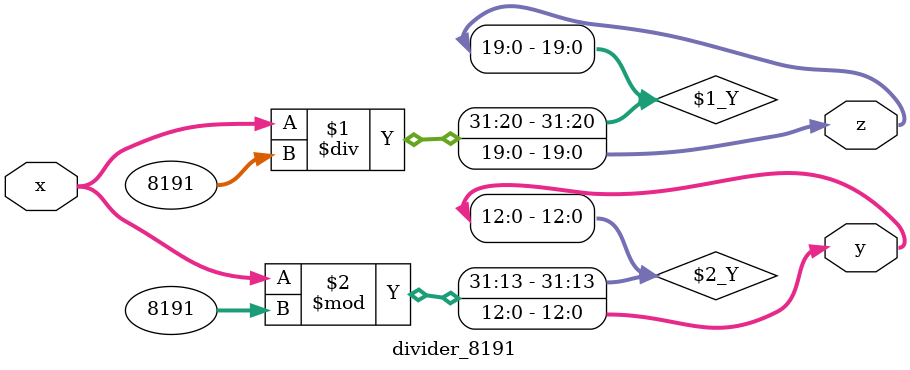
<source format=v>
`timescale 1ns / 1ps

module divider_8191(
input wire [31:0] x,
output wire [12:0] y,
output wire [19:0] z
    );
    assign z = x / 32'd8191;
    assign y = x % 32'd8191;
endmodule

</source>
